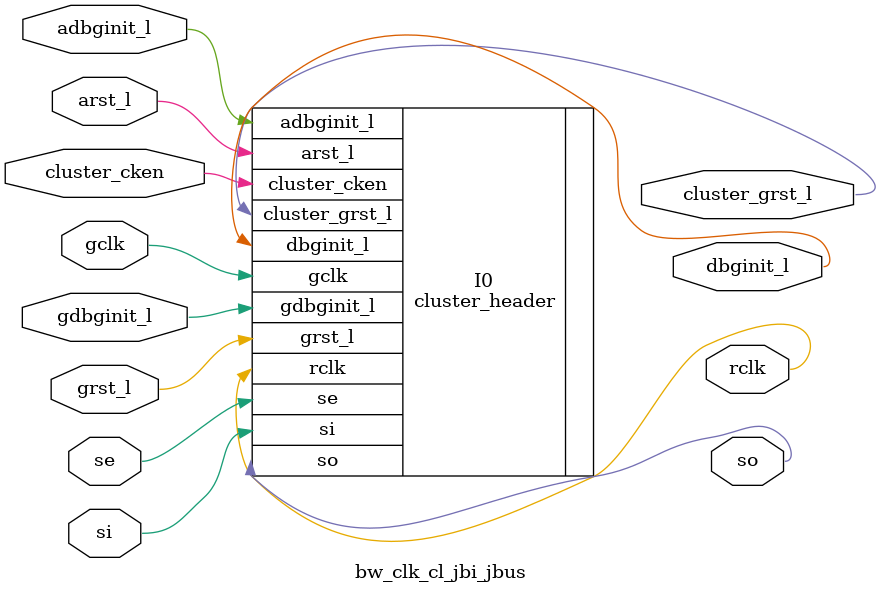
<source format=v>
/*
//  Description:	JBus Interface JBUS clk cluster header
*/

module bw_clk_cl_jbi_jbus(so,dbginit_l ,cluster_grst_l ,rclk ,si ,se ,
adbginit_l ,gdbginit_l ,arst_l ,grst_l ,cluster_cken ,gclk );
output          so ;
output          dbginit_l ;
output          cluster_grst_l ;
output          rclk ;
input           si ;
input           se ;
input           adbginit_l ;
input           gdbginit_l ;
input           arst_l ;
input           grst_l ;
input           cluster_cken ;
input           gclk ;

cluster_header I0 (
.rclk            (rclk ),
.so              (so ),
.dbginit_l       (dbginit_l ),
.cluster_grst_l  (cluster_grst_l ),
.si              (si ),
.se              (se ),
.adbginit_l      (adbginit_l ),
.gdbginit_l      (gdbginit_l ),
.arst_l          (arst_l ),
.grst_l          (grst_l ),
.cluster_cken    (cluster_cken ),
.gclk            (gclk ) );
endmodule




</source>
